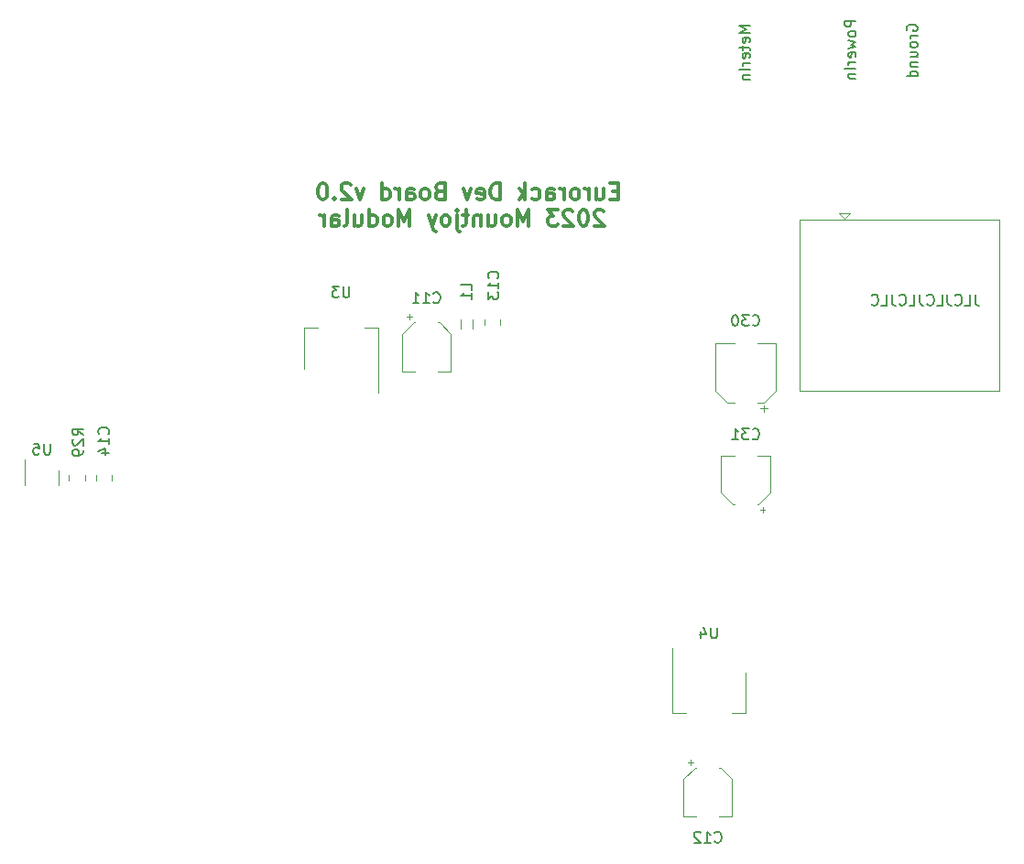
<source format=gbr>
%TF.GenerationSoftware,KiCad,Pcbnew,7.0.1*%
%TF.CreationDate,2023-03-30T14:31:40+01:00*%
%TF.ProjectId,DevBoard,44657642-6f61-4726-942e-6b696361645f,rev?*%
%TF.SameCoordinates,Original*%
%TF.FileFunction,Legend,Bot*%
%TF.FilePolarity,Positive*%
%FSLAX46Y46*%
G04 Gerber Fmt 4.6, Leading zero omitted, Abs format (unit mm)*
G04 Created by KiCad (PCBNEW 7.0.1) date 2023-03-30 14:31:40*
%MOMM*%
%LPD*%
G01*
G04 APERTURE LIST*
%ADD10C,0.150000*%
%ADD11C,0.300000*%
%ADD12C,0.120000*%
G04 APERTURE END LIST*
D10*
X147619048Y-97562619D02*
X147619048Y-98276904D01*
X147619048Y-98276904D02*
X147666667Y-98419761D01*
X147666667Y-98419761D02*
X147761905Y-98515000D01*
X147761905Y-98515000D02*
X147904762Y-98562619D01*
X147904762Y-98562619D02*
X148000000Y-98562619D01*
X146666667Y-98562619D02*
X147142857Y-98562619D01*
X147142857Y-98562619D02*
X147142857Y-97562619D01*
X145761905Y-98467380D02*
X145809524Y-98515000D01*
X145809524Y-98515000D02*
X145952381Y-98562619D01*
X145952381Y-98562619D02*
X146047619Y-98562619D01*
X146047619Y-98562619D02*
X146190476Y-98515000D01*
X146190476Y-98515000D02*
X146285714Y-98419761D01*
X146285714Y-98419761D02*
X146333333Y-98324523D01*
X146333333Y-98324523D02*
X146380952Y-98134047D01*
X146380952Y-98134047D02*
X146380952Y-97991190D01*
X146380952Y-97991190D02*
X146333333Y-97800714D01*
X146333333Y-97800714D02*
X146285714Y-97705476D01*
X146285714Y-97705476D02*
X146190476Y-97610238D01*
X146190476Y-97610238D02*
X146047619Y-97562619D01*
X146047619Y-97562619D02*
X145952381Y-97562619D01*
X145952381Y-97562619D02*
X145809524Y-97610238D01*
X145809524Y-97610238D02*
X145761905Y-97657857D01*
X145047619Y-97562619D02*
X145047619Y-98276904D01*
X145047619Y-98276904D02*
X145095238Y-98419761D01*
X145095238Y-98419761D02*
X145190476Y-98515000D01*
X145190476Y-98515000D02*
X145333333Y-98562619D01*
X145333333Y-98562619D02*
X145428571Y-98562619D01*
X144095238Y-98562619D02*
X144571428Y-98562619D01*
X144571428Y-98562619D02*
X144571428Y-97562619D01*
X143190476Y-98467380D02*
X143238095Y-98515000D01*
X143238095Y-98515000D02*
X143380952Y-98562619D01*
X143380952Y-98562619D02*
X143476190Y-98562619D01*
X143476190Y-98562619D02*
X143619047Y-98515000D01*
X143619047Y-98515000D02*
X143714285Y-98419761D01*
X143714285Y-98419761D02*
X143761904Y-98324523D01*
X143761904Y-98324523D02*
X143809523Y-98134047D01*
X143809523Y-98134047D02*
X143809523Y-97991190D01*
X143809523Y-97991190D02*
X143761904Y-97800714D01*
X143761904Y-97800714D02*
X143714285Y-97705476D01*
X143714285Y-97705476D02*
X143619047Y-97610238D01*
X143619047Y-97610238D02*
X143476190Y-97562619D01*
X143476190Y-97562619D02*
X143380952Y-97562619D01*
X143380952Y-97562619D02*
X143238095Y-97610238D01*
X143238095Y-97610238D02*
X143190476Y-97657857D01*
X142476190Y-97562619D02*
X142476190Y-98276904D01*
X142476190Y-98276904D02*
X142523809Y-98419761D01*
X142523809Y-98419761D02*
X142619047Y-98515000D01*
X142619047Y-98515000D02*
X142761904Y-98562619D01*
X142761904Y-98562619D02*
X142857142Y-98562619D01*
X141523809Y-98562619D02*
X141999999Y-98562619D01*
X141999999Y-98562619D02*
X141999999Y-97562619D01*
X140619047Y-98467380D02*
X140666666Y-98515000D01*
X140666666Y-98515000D02*
X140809523Y-98562619D01*
X140809523Y-98562619D02*
X140904761Y-98562619D01*
X140904761Y-98562619D02*
X141047618Y-98515000D01*
X141047618Y-98515000D02*
X141142856Y-98419761D01*
X141142856Y-98419761D02*
X141190475Y-98324523D01*
X141190475Y-98324523D02*
X141238094Y-98134047D01*
X141238094Y-98134047D02*
X141238094Y-97991190D01*
X141238094Y-97991190D02*
X141190475Y-97800714D01*
X141190475Y-97800714D02*
X141142856Y-97705476D01*
X141142856Y-97705476D02*
X141047618Y-97610238D01*
X141047618Y-97610238D02*
X140904761Y-97562619D01*
X140904761Y-97562619D02*
X140809523Y-97562619D01*
X140809523Y-97562619D02*
X140666666Y-97610238D01*
X140666666Y-97610238D02*
X140619047Y-97657857D01*
X139904761Y-97562619D02*
X139904761Y-98276904D01*
X139904761Y-98276904D02*
X139952380Y-98419761D01*
X139952380Y-98419761D02*
X140047618Y-98515000D01*
X140047618Y-98515000D02*
X140190475Y-98562619D01*
X140190475Y-98562619D02*
X140285713Y-98562619D01*
X138952380Y-98562619D02*
X139428570Y-98562619D01*
X139428570Y-98562619D02*
X139428570Y-97562619D01*
X138047618Y-98467380D02*
X138095237Y-98515000D01*
X138095237Y-98515000D02*
X138238094Y-98562619D01*
X138238094Y-98562619D02*
X138333332Y-98562619D01*
X138333332Y-98562619D02*
X138476189Y-98515000D01*
X138476189Y-98515000D02*
X138571427Y-98419761D01*
X138571427Y-98419761D02*
X138619046Y-98324523D01*
X138619046Y-98324523D02*
X138666665Y-98134047D01*
X138666665Y-98134047D02*
X138666665Y-97991190D01*
X138666665Y-97991190D02*
X138619046Y-97800714D01*
X138619046Y-97800714D02*
X138571427Y-97705476D01*
X138571427Y-97705476D02*
X138476189Y-97610238D01*
X138476189Y-97610238D02*
X138333332Y-97562619D01*
X138333332Y-97562619D02*
X138238094Y-97562619D01*
X138238094Y-97562619D02*
X138095237Y-97610238D01*
X138095237Y-97610238D02*
X138047618Y-97657857D01*
D11*
X114592856Y-88000714D02*
X114092856Y-88000714D01*
X113878570Y-88786428D02*
X114592856Y-88786428D01*
X114592856Y-88786428D02*
X114592856Y-87286428D01*
X114592856Y-87286428D02*
X113878570Y-87286428D01*
X112592856Y-87786428D02*
X112592856Y-88786428D01*
X113235713Y-87786428D02*
X113235713Y-88572142D01*
X113235713Y-88572142D02*
X113164284Y-88715000D01*
X113164284Y-88715000D02*
X113021427Y-88786428D01*
X113021427Y-88786428D02*
X112807141Y-88786428D01*
X112807141Y-88786428D02*
X112664284Y-88715000D01*
X112664284Y-88715000D02*
X112592856Y-88643571D01*
X111878570Y-88786428D02*
X111878570Y-87786428D01*
X111878570Y-88072142D02*
X111807141Y-87929285D01*
X111807141Y-87929285D02*
X111735713Y-87857857D01*
X111735713Y-87857857D02*
X111592855Y-87786428D01*
X111592855Y-87786428D02*
X111449998Y-87786428D01*
X110735713Y-88786428D02*
X110878570Y-88715000D01*
X110878570Y-88715000D02*
X110949999Y-88643571D01*
X110949999Y-88643571D02*
X111021427Y-88500714D01*
X111021427Y-88500714D02*
X111021427Y-88072142D01*
X111021427Y-88072142D02*
X110949999Y-87929285D01*
X110949999Y-87929285D02*
X110878570Y-87857857D01*
X110878570Y-87857857D02*
X110735713Y-87786428D01*
X110735713Y-87786428D02*
X110521427Y-87786428D01*
X110521427Y-87786428D02*
X110378570Y-87857857D01*
X110378570Y-87857857D02*
X110307142Y-87929285D01*
X110307142Y-87929285D02*
X110235713Y-88072142D01*
X110235713Y-88072142D02*
X110235713Y-88500714D01*
X110235713Y-88500714D02*
X110307142Y-88643571D01*
X110307142Y-88643571D02*
X110378570Y-88715000D01*
X110378570Y-88715000D02*
X110521427Y-88786428D01*
X110521427Y-88786428D02*
X110735713Y-88786428D01*
X109592856Y-88786428D02*
X109592856Y-87786428D01*
X109592856Y-88072142D02*
X109521427Y-87929285D01*
X109521427Y-87929285D02*
X109449999Y-87857857D01*
X109449999Y-87857857D02*
X109307141Y-87786428D01*
X109307141Y-87786428D02*
X109164284Y-87786428D01*
X108021428Y-88786428D02*
X108021428Y-88000714D01*
X108021428Y-88000714D02*
X108092856Y-87857857D01*
X108092856Y-87857857D02*
X108235713Y-87786428D01*
X108235713Y-87786428D02*
X108521428Y-87786428D01*
X108521428Y-87786428D02*
X108664285Y-87857857D01*
X108021428Y-88715000D02*
X108164285Y-88786428D01*
X108164285Y-88786428D02*
X108521428Y-88786428D01*
X108521428Y-88786428D02*
X108664285Y-88715000D01*
X108664285Y-88715000D02*
X108735713Y-88572142D01*
X108735713Y-88572142D02*
X108735713Y-88429285D01*
X108735713Y-88429285D02*
X108664285Y-88286428D01*
X108664285Y-88286428D02*
X108521428Y-88215000D01*
X108521428Y-88215000D02*
X108164285Y-88215000D01*
X108164285Y-88215000D02*
X108021428Y-88143571D01*
X106664285Y-88715000D02*
X106807142Y-88786428D01*
X106807142Y-88786428D02*
X107092856Y-88786428D01*
X107092856Y-88786428D02*
X107235713Y-88715000D01*
X107235713Y-88715000D02*
X107307142Y-88643571D01*
X107307142Y-88643571D02*
X107378570Y-88500714D01*
X107378570Y-88500714D02*
X107378570Y-88072142D01*
X107378570Y-88072142D02*
X107307142Y-87929285D01*
X107307142Y-87929285D02*
X107235713Y-87857857D01*
X107235713Y-87857857D02*
X107092856Y-87786428D01*
X107092856Y-87786428D02*
X106807142Y-87786428D01*
X106807142Y-87786428D02*
X106664285Y-87857857D01*
X106021428Y-88786428D02*
X106021428Y-87286428D01*
X105878571Y-88215000D02*
X105449999Y-88786428D01*
X105449999Y-87786428D02*
X106021428Y-88357857D01*
X103664285Y-88786428D02*
X103664285Y-87286428D01*
X103664285Y-87286428D02*
X103307142Y-87286428D01*
X103307142Y-87286428D02*
X103092856Y-87357857D01*
X103092856Y-87357857D02*
X102949999Y-87500714D01*
X102949999Y-87500714D02*
X102878570Y-87643571D01*
X102878570Y-87643571D02*
X102807142Y-87929285D01*
X102807142Y-87929285D02*
X102807142Y-88143571D01*
X102807142Y-88143571D02*
X102878570Y-88429285D01*
X102878570Y-88429285D02*
X102949999Y-88572142D01*
X102949999Y-88572142D02*
X103092856Y-88715000D01*
X103092856Y-88715000D02*
X103307142Y-88786428D01*
X103307142Y-88786428D02*
X103664285Y-88786428D01*
X101592856Y-88715000D02*
X101735713Y-88786428D01*
X101735713Y-88786428D02*
X102021428Y-88786428D01*
X102021428Y-88786428D02*
X102164285Y-88715000D01*
X102164285Y-88715000D02*
X102235713Y-88572142D01*
X102235713Y-88572142D02*
X102235713Y-88000714D01*
X102235713Y-88000714D02*
X102164285Y-87857857D01*
X102164285Y-87857857D02*
X102021428Y-87786428D01*
X102021428Y-87786428D02*
X101735713Y-87786428D01*
X101735713Y-87786428D02*
X101592856Y-87857857D01*
X101592856Y-87857857D02*
X101521428Y-88000714D01*
X101521428Y-88000714D02*
X101521428Y-88143571D01*
X101521428Y-88143571D02*
X102235713Y-88286428D01*
X101021428Y-87786428D02*
X100664285Y-88786428D01*
X100664285Y-88786428D02*
X100307142Y-87786428D01*
X98092857Y-88000714D02*
X97878571Y-88072142D01*
X97878571Y-88072142D02*
X97807142Y-88143571D01*
X97807142Y-88143571D02*
X97735714Y-88286428D01*
X97735714Y-88286428D02*
X97735714Y-88500714D01*
X97735714Y-88500714D02*
X97807142Y-88643571D01*
X97807142Y-88643571D02*
X97878571Y-88715000D01*
X97878571Y-88715000D02*
X98021428Y-88786428D01*
X98021428Y-88786428D02*
X98592857Y-88786428D01*
X98592857Y-88786428D02*
X98592857Y-87286428D01*
X98592857Y-87286428D02*
X98092857Y-87286428D01*
X98092857Y-87286428D02*
X97950000Y-87357857D01*
X97950000Y-87357857D02*
X97878571Y-87429285D01*
X97878571Y-87429285D02*
X97807142Y-87572142D01*
X97807142Y-87572142D02*
X97807142Y-87715000D01*
X97807142Y-87715000D02*
X97878571Y-87857857D01*
X97878571Y-87857857D02*
X97950000Y-87929285D01*
X97950000Y-87929285D02*
X98092857Y-88000714D01*
X98092857Y-88000714D02*
X98592857Y-88000714D01*
X96878571Y-88786428D02*
X97021428Y-88715000D01*
X97021428Y-88715000D02*
X97092857Y-88643571D01*
X97092857Y-88643571D02*
X97164285Y-88500714D01*
X97164285Y-88500714D02*
X97164285Y-88072142D01*
X97164285Y-88072142D02*
X97092857Y-87929285D01*
X97092857Y-87929285D02*
X97021428Y-87857857D01*
X97021428Y-87857857D02*
X96878571Y-87786428D01*
X96878571Y-87786428D02*
X96664285Y-87786428D01*
X96664285Y-87786428D02*
X96521428Y-87857857D01*
X96521428Y-87857857D02*
X96450000Y-87929285D01*
X96450000Y-87929285D02*
X96378571Y-88072142D01*
X96378571Y-88072142D02*
X96378571Y-88500714D01*
X96378571Y-88500714D02*
X96450000Y-88643571D01*
X96450000Y-88643571D02*
X96521428Y-88715000D01*
X96521428Y-88715000D02*
X96664285Y-88786428D01*
X96664285Y-88786428D02*
X96878571Y-88786428D01*
X95092857Y-88786428D02*
X95092857Y-88000714D01*
X95092857Y-88000714D02*
X95164285Y-87857857D01*
X95164285Y-87857857D02*
X95307142Y-87786428D01*
X95307142Y-87786428D02*
X95592857Y-87786428D01*
X95592857Y-87786428D02*
X95735714Y-87857857D01*
X95092857Y-88715000D02*
X95235714Y-88786428D01*
X95235714Y-88786428D02*
X95592857Y-88786428D01*
X95592857Y-88786428D02*
X95735714Y-88715000D01*
X95735714Y-88715000D02*
X95807142Y-88572142D01*
X95807142Y-88572142D02*
X95807142Y-88429285D01*
X95807142Y-88429285D02*
X95735714Y-88286428D01*
X95735714Y-88286428D02*
X95592857Y-88215000D01*
X95592857Y-88215000D02*
X95235714Y-88215000D01*
X95235714Y-88215000D02*
X95092857Y-88143571D01*
X94378571Y-88786428D02*
X94378571Y-87786428D01*
X94378571Y-88072142D02*
X94307142Y-87929285D01*
X94307142Y-87929285D02*
X94235714Y-87857857D01*
X94235714Y-87857857D02*
X94092856Y-87786428D01*
X94092856Y-87786428D02*
X93949999Y-87786428D01*
X92807143Y-88786428D02*
X92807143Y-87286428D01*
X92807143Y-88715000D02*
X92950000Y-88786428D01*
X92950000Y-88786428D02*
X93235714Y-88786428D01*
X93235714Y-88786428D02*
X93378571Y-88715000D01*
X93378571Y-88715000D02*
X93450000Y-88643571D01*
X93450000Y-88643571D02*
X93521428Y-88500714D01*
X93521428Y-88500714D02*
X93521428Y-88072142D01*
X93521428Y-88072142D02*
X93450000Y-87929285D01*
X93450000Y-87929285D02*
X93378571Y-87857857D01*
X93378571Y-87857857D02*
X93235714Y-87786428D01*
X93235714Y-87786428D02*
X92950000Y-87786428D01*
X92950000Y-87786428D02*
X92807143Y-87857857D01*
X91092857Y-87786428D02*
X90735714Y-88786428D01*
X90735714Y-88786428D02*
X90378571Y-87786428D01*
X89878571Y-87429285D02*
X89807143Y-87357857D01*
X89807143Y-87357857D02*
X89664286Y-87286428D01*
X89664286Y-87286428D02*
X89307143Y-87286428D01*
X89307143Y-87286428D02*
X89164286Y-87357857D01*
X89164286Y-87357857D02*
X89092857Y-87429285D01*
X89092857Y-87429285D02*
X89021428Y-87572142D01*
X89021428Y-87572142D02*
X89021428Y-87715000D01*
X89021428Y-87715000D02*
X89092857Y-87929285D01*
X89092857Y-87929285D02*
X89950000Y-88786428D01*
X89950000Y-88786428D02*
X89021428Y-88786428D01*
X88378572Y-88643571D02*
X88307143Y-88715000D01*
X88307143Y-88715000D02*
X88378572Y-88786428D01*
X88378572Y-88786428D02*
X88450000Y-88715000D01*
X88450000Y-88715000D02*
X88378572Y-88643571D01*
X88378572Y-88643571D02*
X88378572Y-88786428D01*
X87378571Y-87286428D02*
X87235714Y-87286428D01*
X87235714Y-87286428D02*
X87092857Y-87357857D01*
X87092857Y-87357857D02*
X87021429Y-87429285D01*
X87021429Y-87429285D02*
X86950000Y-87572142D01*
X86950000Y-87572142D02*
X86878571Y-87857857D01*
X86878571Y-87857857D02*
X86878571Y-88215000D01*
X86878571Y-88215000D02*
X86950000Y-88500714D01*
X86950000Y-88500714D02*
X87021429Y-88643571D01*
X87021429Y-88643571D02*
X87092857Y-88715000D01*
X87092857Y-88715000D02*
X87235714Y-88786428D01*
X87235714Y-88786428D02*
X87378571Y-88786428D01*
X87378571Y-88786428D02*
X87521429Y-88715000D01*
X87521429Y-88715000D02*
X87592857Y-88643571D01*
X87592857Y-88643571D02*
X87664286Y-88500714D01*
X87664286Y-88500714D02*
X87735714Y-88215000D01*
X87735714Y-88215000D02*
X87735714Y-87857857D01*
X87735714Y-87857857D02*
X87664286Y-87572142D01*
X87664286Y-87572142D02*
X87592857Y-87429285D01*
X87592857Y-87429285D02*
X87521429Y-87357857D01*
X87521429Y-87357857D02*
X87378571Y-87286428D01*
X113271427Y-89859285D02*
X113199999Y-89787857D01*
X113199999Y-89787857D02*
X113057142Y-89716428D01*
X113057142Y-89716428D02*
X112699999Y-89716428D01*
X112699999Y-89716428D02*
X112557142Y-89787857D01*
X112557142Y-89787857D02*
X112485713Y-89859285D01*
X112485713Y-89859285D02*
X112414284Y-90002142D01*
X112414284Y-90002142D02*
X112414284Y-90145000D01*
X112414284Y-90145000D02*
X112485713Y-90359285D01*
X112485713Y-90359285D02*
X113342856Y-91216428D01*
X113342856Y-91216428D02*
X112414284Y-91216428D01*
X111485713Y-89716428D02*
X111342856Y-89716428D01*
X111342856Y-89716428D02*
X111199999Y-89787857D01*
X111199999Y-89787857D02*
X111128571Y-89859285D01*
X111128571Y-89859285D02*
X111057142Y-90002142D01*
X111057142Y-90002142D02*
X110985713Y-90287857D01*
X110985713Y-90287857D02*
X110985713Y-90645000D01*
X110985713Y-90645000D02*
X111057142Y-90930714D01*
X111057142Y-90930714D02*
X111128571Y-91073571D01*
X111128571Y-91073571D02*
X111199999Y-91145000D01*
X111199999Y-91145000D02*
X111342856Y-91216428D01*
X111342856Y-91216428D02*
X111485713Y-91216428D01*
X111485713Y-91216428D02*
X111628571Y-91145000D01*
X111628571Y-91145000D02*
X111699999Y-91073571D01*
X111699999Y-91073571D02*
X111771428Y-90930714D01*
X111771428Y-90930714D02*
X111842856Y-90645000D01*
X111842856Y-90645000D02*
X111842856Y-90287857D01*
X111842856Y-90287857D02*
X111771428Y-90002142D01*
X111771428Y-90002142D02*
X111699999Y-89859285D01*
X111699999Y-89859285D02*
X111628571Y-89787857D01*
X111628571Y-89787857D02*
X111485713Y-89716428D01*
X110414285Y-89859285D02*
X110342857Y-89787857D01*
X110342857Y-89787857D02*
X110200000Y-89716428D01*
X110200000Y-89716428D02*
X109842857Y-89716428D01*
X109842857Y-89716428D02*
X109700000Y-89787857D01*
X109700000Y-89787857D02*
X109628571Y-89859285D01*
X109628571Y-89859285D02*
X109557142Y-90002142D01*
X109557142Y-90002142D02*
X109557142Y-90145000D01*
X109557142Y-90145000D02*
X109628571Y-90359285D01*
X109628571Y-90359285D02*
X110485714Y-91216428D01*
X110485714Y-91216428D02*
X109557142Y-91216428D01*
X109057143Y-89716428D02*
X108128571Y-89716428D01*
X108128571Y-89716428D02*
X108628571Y-90287857D01*
X108628571Y-90287857D02*
X108414286Y-90287857D01*
X108414286Y-90287857D02*
X108271429Y-90359285D01*
X108271429Y-90359285D02*
X108200000Y-90430714D01*
X108200000Y-90430714D02*
X108128571Y-90573571D01*
X108128571Y-90573571D02*
X108128571Y-90930714D01*
X108128571Y-90930714D02*
X108200000Y-91073571D01*
X108200000Y-91073571D02*
X108271429Y-91145000D01*
X108271429Y-91145000D02*
X108414286Y-91216428D01*
X108414286Y-91216428D02*
X108842857Y-91216428D01*
X108842857Y-91216428D02*
X108985714Y-91145000D01*
X108985714Y-91145000D02*
X109057143Y-91073571D01*
X106342858Y-91216428D02*
X106342858Y-89716428D01*
X106342858Y-89716428D02*
X105842858Y-90787857D01*
X105842858Y-90787857D02*
X105342858Y-89716428D01*
X105342858Y-89716428D02*
X105342858Y-91216428D01*
X104414286Y-91216428D02*
X104557143Y-91145000D01*
X104557143Y-91145000D02*
X104628572Y-91073571D01*
X104628572Y-91073571D02*
X104700000Y-90930714D01*
X104700000Y-90930714D02*
X104700000Y-90502142D01*
X104700000Y-90502142D02*
X104628572Y-90359285D01*
X104628572Y-90359285D02*
X104557143Y-90287857D01*
X104557143Y-90287857D02*
X104414286Y-90216428D01*
X104414286Y-90216428D02*
X104200000Y-90216428D01*
X104200000Y-90216428D02*
X104057143Y-90287857D01*
X104057143Y-90287857D02*
X103985715Y-90359285D01*
X103985715Y-90359285D02*
X103914286Y-90502142D01*
X103914286Y-90502142D02*
X103914286Y-90930714D01*
X103914286Y-90930714D02*
X103985715Y-91073571D01*
X103985715Y-91073571D02*
X104057143Y-91145000D01*
X104057143Y-91145000D02*
X104200000Y-91216428D01*
X104200000Y-91216428D02*
X104414286Y-91216428D01*
X102628572Y-90216428D02*
X102628572Y-91216428D01*
X103271429Y-90216428D02*
X103271429Y-91002142D01*
X103271429Y-91002142D02*
X103200000Y-91145000D01*
X103200000Y-91145000D02*
X103057143Y-91216428D01*
X103057143Y-91216428D02*
X102842857Y-91216428D01*
X102842857Y-91216428D02*
X102700000Y-91145000D01*
X102700000Y-91145000D02*
X102628572Y-91073571D01*
X101914286Y-90216428D02*
X101914286Y-91216428D01*
X101914286Y-90359285D02*
X101842857Y-90287857D01*
X101842857Y-90287857D02*
X101700000Y-90216428D01*
X101700000Y-90216428D02*
X101485714Y-90216428D01*
X101485714Y-90216428D02*
X101342857Y-90287857D01*
X101342857Y-90287857D02*
X101271429Y-90430714D01*
X101271429Y-90430714D02*
X101271429Y-91216428D01*
X100771428Y-90216428D02*
X100200000Y-90216428D01*
X100557143Y-89716428D02*
X100557143Y-91002142D01*
X100557143Y-91002142D02*
X100485714Y-91145000D01*
X100485714Y-91145000D02*
X100342857Y-91216428D01*
X100342857Y-91216428D02*
X100200000Y-91216428D01*
X99700000Y-90216428D02*
X99700000Y-91502142D01*
X99700000Y-91502142D02*
X99771428Y-91645000D01*
X99771428Y-91645000D02*
X99914285Y-91716428D01*
X99914285Y-91716428D02*
X99985714Y-91716428D01*
X99700000Y-89716428D02*
X99771428Y-89787857D01*
X99771428Y-89787857D02*
X99700000Y-89859285D01*
X99700000Y-89859285D02*
X99628571Y-89787857D01*
X99628571Y-89787857D02*
X99700000Y-89716428D01*
X99700000Y-89716428D02*
X99700000Y-89859285D01*
X98771428Y-91216428D02*
X98914285Y-91145000D01*
X98914285Y-91145000D02*
X98985714Y-91073571D01*
X98985714Y-91073571D02*
X99057142Y-90930714D01*
X99057142Y-90930714D02*
X99057142Y-90502142D01*
X99057142Y-90502142D02*
X98985714Y-90359285D01*
X98985714Y-90359285D02*
X98914285Y-90287857D01*
X98914285Y-90287857D02*
X98771428Y-90216428D01*
X98771428Y-90216428D02*
X98557142Y-90216428D01*
X98557142Y-90216428D02*
X98414285Y-90287857D01*
X98414285Y-90287857D02*
X98342857Y-90359285D01*
X98342857Y-90359285D02*
X98271428Y-90502142D01*
X98271428Y-90502142D02*
X98271428Y-90930714D01*
X98271428Y-90930714D02*
X98342857Y-91073571D01*
X98342857Y-91073571D02*
X98414285Y-91145000D01*
X98414285Y-91145000D02*
X98557142Y-91216428D01*
X98557142Y-91216428D02*
X98771428Y-91216428D01*
X97771428Y-90216428D02*
X97414285Y-91216428D01*
X97057142Y-90216428D02*
X97414285Y-91216428D01*
X97414285Y-91216428D02*
X97557142Y-91573571D01*
X97557142Y-91573571D02*
X97628571Y-91645000D01*
X97628571Y-91645000D02*
X97771428Y-91716428D01*
X95342857Y-91216428D02*
X95342857Y-89716428D01*
X95342857Y-89716428D02*
X94842857Y-90787857D01*
X94842857Y-90787857D02*
X94342857Y-89716428D01*
X94342857Y-89716428D02*
X94342857Y-91216428D01*
X93414285Y-91216428D02*
X93557142Y-91145000D01*
X93557142Y-91145000D02*
X93628571Y-91073571D01*
X93628571Y-91073571D02*
X93699999Y-90930714D01*
X93699999Y-90930714D02*
X93699999Y-90502142D01*
X93699999Y-90502142D02*
X93628571Y-90359285D01*
X93628571Y-90359285D02*
X93557142Y-90287857D01*
X93557142Y-90287857D02*
X93414285Y-90216428D01*
X93414285Y-90216428D02*
X93199999Y-90216428D01*
X93199999Y-90216428D02*
X93057142Y-90287857D01*
X93057142Y-90287857D02*
X92985714Y-90359285D01*
X92985714Y-90359285D02*
X92914285Y-90502142D01*
X92914285Y-90502142D02*
X92914285Y-90930714D01*
X92914285Y-90930714D02*
X92985714Y-91073571D01*
X92985714Y-91073571D02*
X93057142Y-91145000D01*
X93057142Y-91145000D02*
X93199999Y-91216428D01*
X93199999Y-91216428D02*
X93414285Y-91216428D01*
X91628571Y-91216428D02*
X91628571Y-89716428D01*
X91628571Y-91145000D02*
X91771428Y-91216428D01*
X91771428Y-91216428D02*
X92057142Y-91216428D01*
X92057142Y-91216428D02*
X92199999Y-91145000D01*
X92199999Y-91145000D02*
X92271428Y-91073571D01*
X92271428Y-91073571D02*
X92342856Y-90930714D01*
X92342856Y-90930714D02*
X92342856Y-90502142D01*
X92342856Y-90502142D02*
X92271428Y-90359285D01*
X92271428Y-90359285D02*
X92199999Y-90287857D01*
X92199999Y-90287857D02*
X92057142Y-90216428D01*
X92057142Y-90216428D02*
X91771428Y-90216428D01*
X91771428Y-90216428D02*
X91628571Y-90287857D01*
X90271428Y-90216428D02*
X90271428Y-91216428D01*
X90914285Y-90216428D02*
X90914285Y-91002142D01*
X90914285Y-91002142D02*
X90842856Y-91145000D01*
X90842856Y-91145000D02*
X90699999Y-91216428D01*
X90699999Y-91216428D02*
X90485713Y-91216428D01*
X90485713Y-91216428D02*
X90342856Y-91145000D01*
X90342856Y-91145000D02*
X90271428Y-91073571D01*
X89342856Y-91216428D02*
X89485713Y-91145000D01*
X89485713Y-91145000D02*
X89557142Y-91002142D01*
X89557142Y-91002142D02*
X89557142Y-89716428D01*
X88128571Y-91216428D02*
X88128571Y-90430714D01*
X88128571Y-90430714D02*
X88199999Y-90287857D01*
X88199999Y-90287857D02*
X88342856Y-90216428D01*
X88342856Y-90216428D02*
X88628571Y-90216428D01*
X88628571Y-90216428D02*
X88771428Y-90287857D01*
X88128571Y-91145000D02*
X88271428Y-91216428D01*
X88271428Y-91216428D02*
X88628571Y-91216428D01*
X88628571Y-91216428D02*
X88771428Y-91145000D01*
X88771428Y-91145000D02*
X88842856Y-91002142D01*
X88842856Y-91002142D02*
X88842856Y-90859285D01*
X88842856Y-90859285D02*
X88771428Y-90716428D01*
X88771428Y-90716428D02*
X88628571Y-90645000D01*
X88628571Y-90645000D02*
X88271428Y-90645000D01*
X88271428Y-90645000D02*
X88128571Y-90573571D01*
X87414285Y-91216428D02*
X87414285Y-90216428D01*
X87414285Y-90502142D02*
X87342856Y-90359285D01*
X87342856Y-90359285D02*
X87271428Y-90287857D01*
X87271428Y-90287857D02*
X87128570Y-90216428D01*
X87128570Y-90216428D02*
X86985713Y-90216428D01*
D10*
%TO.C,U7*%
X136577619Y-72238095D02*
X135577619Y-72238095D01*
X135577619Y-72238095D02*
X135577619Y-72619047D01*
X135577619Y-72619047D02*
X135625238Y-72714285D01*
X135625238Y-72714285D02*
X135672857Y-72761904D01*
X135672857Y-72761904D02*
X135768095Y-72809523D01*
X135768095Y-72809523D02*
X135910952Y-72809523D01*
X135910952Y-72809523D02*
X136006190Y-72761904D01*
X136006190Y-72761904D02*
X136053809Y-72714285D01*
X136053809Y-72714285D02*
X136101428Y-72619047D01*
X136101428Y-72619047D02*
X136101428Y-72238095D01*
X136577619Y-73380952D02*
X136530000Y-73285714D01*
X136530000Y-73285714D02*
X136482380Y-73238095D01*
X136482380Y-73238095D02*
X136387142Y-73190476D01*
X136387142Y-73190476D02*
X136101428Y-73190476D01*
X136101428Y-73190476D02*
X136006190Y-73238095D01*
X136006190Y-73238095D02*
X135958571Y-73285714D01*
X135958571Y-73285714D02*
X135910952Y-73380952D01*
X135910952Y-73380952D02*
X135910952Y-73523809D01*
X135910952Y-73523809D02*
X135958571Y-73619047D01*
X135958571Y-73619047D02*
X136006190Y-73666666D01*
X136006190Y-73666666D02*
X136101428Y-73714285D01*
X136101428Y-73714285D02*
X136387142Y-73714285D01*
X136387142Y-73714285D02*
X136482380Y-73666666D01*
X136482380Y-73666666D02*
X136530000Y-73619047D01*
X136530000Y-73619047D02*
X136577619Y-73523809D01*
X136577619Y-73523809D02*
X136577619Y-73380952D01*
X135910952Y-74047619D02*
X136577619Y-74238095D01*
X136577619Y-74238095D02*
X136101428Y-74428571D01*
X136101428Y-74428571D02*
X136577619Y-74619047D01*
X136577619Y-74619047D02*
X135910952Y-74809523D01*
X136530000Y-75571428D02*
X136577619Y-75476190D01*
X136577619Y-75476190D02*
X136577619Y-75285714D01*
X136577619Y-75285714D02*
X136530000Y-75190476D01*
X136530000Y-75190476D02*
X136434761Y-75142857D01*
X136434761Y-75142857D02*
X136053809Y-75142857D01*
X136053809Y-75142857D02*
X135958571Y-75190476D01*
X135958571Y-75190476D02*
X135910952Y-75285714D01*
X135910952Y-75285714D02*
X135910952Y-75476190D01*
X135910952Y-75476190D02*
X135958571Y-75571428D01*
X135958571Y-75571428D02*
X136053809Y-75619047D01*
X136053809Y-75619047D02*
X136149047Y-75619047D01*
X136149047Y-75619047D02*
X136244285Y-75142857D01*
X136577619Y-76047619D02*
X135910952Y-76047619D01*
X136101428Y-76047619D02*
X136006190Y-76095238D01*
X136006190Y-76095238D02*
X135958571Y-76142857D01*
X135958571Y-76142857D02*
X135910952Y-76238095D01*
X135910952Y-76238095D02*
X135910952Y-76333333D01*
X136577619Y-76666667D02*
X135577619Y-76666667D01*
X135910952Y-77142857D02*
X136577619Y-77142857D01*
X136006190Y-77142857D02*
X135958571Y-77190476D01*
X135958571Y-77190476D02*
X135910952Y-77285714D01*
X135910952Y-77285714D02*
X135910952Y-77428571D01*
X135910952Y-77428571D02*
X135958571Y-77523809D01*
X135958571Y-77523809D02*
X136053809Y-77571428D01*
X136053809Y-77571428D02*
X136577619Y-77571428D01*
X141325238Y-73136904D02*
X141277619Y-73041666D01*
X141277619Y-73041666D02*
X141277619Y-72898809D01*
X141277619Y-72898809D02*
X141325238Y-72755952D01*
X141325238Y-72755952D02*
X141420476Y-72660714D01*
X141420476Y-72660714D02*
X141515714Y-72613095D01*
X141515714Y-72613095D02*
X141706190Y-72565476D01*
X141706190Y-72565476D02*
X141849047Y-72565476D01*
X141849047Y-72565476D02*
X142039523Y-72613095D01*
X142039523Y-72613095D02*
X142134761Y-72660714D01*
X142134761Y-72660714D02*
X142230000Y-72755952D01*
X142230000Y-72755952D02*
X142277619Y-72898809D01*
X142277619Y-72898809D02*
X142277619Y-72994047D01*
X142277619Y-72994047D02*
X142230000Y-73136904D01*
X142230000Y-73136904D02*
X142182380Y-73184523D01*
X142182380Y-73184523D02*
X141849047Y-73184523D01*
X141849047Y-73184523D02*
X141849047Y-72994047D01*
X142277619Y-73613095D02*
X141610952Y-73613095D01*
X141801428Y-73613095D02*
X141706190Y-73660714D01*
X141706190Y-73660714D02*
X141658571Y-73708333D01*
X141658571Y-73708333D02*
X141610952Y-73803571D01*
X141610952Y-73803571D02*
X141610952Y-73898809D01*
X142277619Y-74375000D02*
X142230000Y-74279762D01*
X142230000Y-74279762D02*
X142182380Y-74232143D01*
X142182380Y-74232143D02*
X142087142Y-74184524D01*
X142087142Y-74184524D02*
X141801428Y-74184524D01*
X141801428Y-74184524D02*
X141706190Y-74232143D01*
X141706190Y-74232143D02*
X141658571Y-74279762D01*
X141658571Y-74279762D02*
X141610952Y-74375000D01*
X141610952Y-74375000D02*
X141610952Y-74517857D01*
X141610952Y-74517857D02*
X141658571Y-74613095D01*
X141658571Y-74613095D02*
X141706190Y-74660714D01*
X141706190Y-74660714D02*
X141801428Y-74708333D01*
X141801428Y-74708333D02*
X142087142Y-74708333D01*
X142087142Y-74708333D02*
X142182380Y-74660714D01*
X142182380Y-74660714D02*
X142230000Y-74613095D01*
X142230000Y-74613095D02*
X142277619Y-74517857D01*
X142277619Y-74517857D02*
X142277619Y-74375000D01*
X141610952Y-75565476D02*
X142277619Y-75565476D01*
X141610952Y-75136905D02*
X142134761Y-75136905D01*
X142134761Y-75136905D02*
X142230000Y-75184524D01*
X142230000Y-75184524D02*
X142277619Y-75279762D01*
X142277619Y-75279762D02*
X142277619Y-75422619D01*
X142277619Y-75422619D02*
X142230000Y-75517857D01*
X142230000Y-75517857D02*
X142182380Y-75565476D01*
X141610952Y-76041667D02*
X142277619Y-76041667D01*
X141706190Y-76041667D02*
X141658571Y-76089286D01*
X141658571Y-76089286D02*
X141610952Y-76184524D01*
X141610952Y-76184524D02*
X141610952Y-76327381D01*
X141610952Y-76327381D02*
X141658571Y-76422619D01*
X141658571Y-76422619D02*
X141753809Y-76470238D01*
X141753809Y-76470238D02*
X142277619Y-76470238D01*
X142277619Y-77375000D02*
X141277619Y-77375000D01*
X142230000Y-77375000D02*
X142277619Y-77279762D01*
X142277619Y-77279762D02*
X142277619Y-77089286D01*
X142277619Y-77089286D02*
X142230000Y-76994048D01*
X142230000Y-76994048D02*
X142182380Y-76946429D01*
X142182380Y-76946429D02*
X142087142Y-76898810D01*
X142087142Y-76898810D02*
X141801428Y-76898810D01*
X141801428Y-76898810D02*
X141706190Y-76946429D01*
X141706190Y-76946429D02*
X141658571Y-76994048D01*
X141658571Y-76994048D02*
X141610952Y-77089286D01*
X141610952Y-77089286D02*
X141610952Y-77279762D01*
X141610952Y-77279762D02*
X141658571Y-77375000D01*
X126777619Y-72713095D02*
X125777619Y-72713095D01*
X125777619Y-72713095D02*
X126491904Y-73046428D01*
X126491904Y-73046428D02*
X125777619Y-73379761D01*
X125777619Y-73379761D02*
X126777619Y-73379761D01*
X126730000Y-74236904D02*
X126777619Y-74141666D01*
X126777619Y-74141666D02*
X126777619Y-73951190D01*
X126777619Y-73951190D02*
X126730000Y-73855952D01*
X126730000Y-73855952D02*
X126634761Y-73808333D01*
X126634761Y-73808333D02*
X126253809Y-73808333D01*
X126253809Y-73808333D02*
X126158571Y-73855952D01*
X126158571Y-73855952D02*
X126110952Y-73951190D01*
X126110952Y-73951190D02*
X126110952Y-74141666D01*
X126110952Y-74141666D02*
X126158571Y-74236904D01*
X126158571Y-74236904D02*
X126253809Y-74284523D01*
X126253809Y-74284523D02*
X126349047Y-74284523D01*
X126349047Y-74284523D02*
X126444285Y-73808333D01*
X126110952Y-74570238D02*
X126110952Y-74951190D01*
X125777619Y-74713095D02*
X126634761Y-74713095D01*
X126634761Y-74713095D02*
X126730000Y-74760714D01*
X126730000Y-74760714D02*
X126777619Y-74855952D01*
X126777619Y-74855952D02*
X126777619Y-74951190D01*
X126730000Y-75665476D02*
X126777619Y-75570238D01*
X126777619Y-75570238D02*
X126777619Y-75379762D01*
X126777619Y-75379762D02*
X126730000Y-75284524D01*
X126730000Y-75284524D02*
X126634761Y-75236905D01*
X126634761Y-75236905D02*
X126253809Y-75236905D01*
X126253809Y-75236905D02*
X126158571Y-75284524D01*
X126158571Y-75284524D02*
X126110952Y-75379762D01*
X126110952Y-75379762D02*
X126110952Y-75570238D01*
X126110952Y-75570238D02*
X126158571Y-75665476D01*
X126158571Y-75665476D02*
X126253809Y-75713095D01*
X126253809Y-75713095D02*
X126349047Y-75713095D01*
X126349047Y-75713095D02*
X126444285Y-75236905D01*
X126777619Y-76141667D02*
X126110952Y-76141667D01*
X126301428Y-76141667D02*
X126206190Y-76189286D01*
X126206190Y-76189286D02*
X126158571Y-76236905D01*
X126158571Y-76236905D02*
X126110952Y-76332143D01*
X126110952Y-76332143D02*
X126110952Y-76427381D01*
X126777619Y-76760715D02*
X125777619Y-76760715D01*
X126110952Y-77236905D02*
X126777619Y-77236905D01*
X126206190Y-77236905D02*
X126158571Y-77284524D01*
X126158571Y-77284524D02*
X126110952Y-77379762D01*
X126110952Y-77379762D02*
X126110952Y-77522619D01*
X126110952Y-77522619D02*
X126158571Y-77617857D01*
X126158571Y-77617857D02*
X126253809Y-77665476D01*
X126253809Y-77665476D02*
X126777619Y-77665476D01*
%TO.C,C30*%
X127042857Y-100367380D02*
X127090476Y-100415000D01*
X127090476Y-100415000D02*
X127233333Y-100462619D01*
X127233333Y-100462619D02*
X127328571Y-100462619D01*
X127328571Y-100462619D02*
X127471428Y-100415000D01*
X127471428Y-100415000D02*
X127566666Y-100319761D01*
X127566666Y-100319761D02*
X127614285Y-100224523D01*
X127614285Y-100224523D02*
X127661904Y-100034047D01*
X127661904Y-100034047D02*
X127661904Y-99891190D01*
X127661904Y-99891190D02*
X127614285Y-99700714D01*
X127614285Y-99700714D02*
X127566666Y-99605476D01*
X127566666Y-99605476D02*
X127471428Y-99510238D01*
X127471428Y-99510238D02*
X127328571Y-99462619D01*
X127328571Y-99462619D02*
X127233333Y-99462619D01*
X127233333Y-99462619D02*
X127090476Y-99510238D01*
X127090476Y-99510238D02*
X127042857Y-99557857D01*
X126709523Y-99462619D02*
X126090476Y-99462619D01*
X126090476Y-99462619D02*
X126423809Y-99843571D01*
X126423809Y-99843571D02*
X126280952Y-99843571D01*
X126280952Y-99843571D02*
X126185714Y-99891190D01*
X126185714Y-99891190D02*
X126138095Y-99938809D01*
X126138095Y-99938809D02*
X126090476Y-100034047D01*
X126090476Y-100034047D02*
X126090476Y-100272142D01*
X126090476Y-100272142D02*
X126138095Y-100367380D01*
X126138095Y-100367380D02*
X126185714Y-100415000D01*
X126185714Y-100415000D02*
X126280952Y-100462619D01*
X126280952Y-100462619D02*
X126566666Y-100462619D01*
X126566666Y-100462619D02*
X126661904Y-100415000D01*
X126661904Y-100415000D02*
X126709523Y-100367380D01*
X125471428Y-99462619D02*
X125376190Y-99462619D01*
X125376190Y-99462619D02*
X125280952Y-99510238D01*
X125280952Y-99510238D02*
X125233333Y-99557857D01*
X125233333Y-99557857D02*
X125185714Y-99653095D01*
X125185714Y-99653095D02*
X125138095Y-99843571D01*
X125138095Y-99843571D02*
X125138095Y-100081666D01*
X125138095Y-100081666D02*
X125185714Y-100272142D01*
X125185714Y-100272142D02*
X125233333Y-100367380D01*
X125233333Y-100367380D02*
X125280952Y-100415000D01*
X125280952Y-100415000D02*
X125376190Y-100462619D01*
X125376190Y-100462619D02*
X125471428Y-100462619D01*
X125471428Y-100462619D02*
X125566666Y-100415000D01*
X125566666Y-100415000D02*
X125614285Y-100367380D01*
X125614285Y-100367380D02*
X125661904Y-100272142D01*
X125661904Y-100272142D02*
X125709523Y-100081666D01*
X125709523Y-100081666D02*
X125709523Y-99843571D01*
X125709523Y-99843571D02*
X125661904Y-99653095D01*
X125661904Y-99653095D02*
X125614285Y-99557857D01*
X125614285Y-99557857D02*
X125566666Y-99510238D01*
X125566666Y-99510238D02*
X125471428Y-99462619D01*
%TO.C,C31*%
X127042857Y-110867380D02*
X127090476Y-110915000D01*
X127090476Y-110915000D02*
X127233333Y-110962619D01*
X127233333Y-110962619D02*
X127328571Y-110962619D01*
X127328571Y-110962619D02*
X127471428Y-110915000D01*
X127471428Y-110915000D02*
X127566666Y-110819761D01*
X127566666Y-110819761D02*
X127614285Y-110724523D01*
X127614285Y-110724523D02*
X127661904Y-110534047D01*
X127661904Y-110534047D02*
X127661904Y-110391190D01*
X127661904Y-110391190D02*
X127614285Y-110200714D01*
X127614285Y-110200714D02*
X127566666Y-110105476D01*
X127566666Y-110105476D02*
X127471428Y-110010238D01*
X127471428Y-110010238D02*
X127328571Y-109962619D01*
X127328571Y-109962619D02*
X127233333Y-109962619D01*
X127233333Y-109962619D02*
X127090476Y-110010238D01*
X127090476Y-110010238D02*
X127042857Y-110057857D01*
X126709523Y-109962619D02*
X126090476Y-109962619D01*
X126090476Y-109962619D02*
X126423809Y-110343571D01*
X126423809Y-110343571D02*
X126280952Y-110343571D01*
X126280952Y-110343571D02*
X126185714Y-110391190D01*
X126185714Y-110391190D02*
X126138095Y-110438809D01*
X126138095Y-110438809D02*
X126090476Y-110534047D01*
X126090476Y-110534047D02*
X126090476Y-110772142D01*
X126090476Y-110772142D02*
X126138095Y-110867380D01*
X126138095Y-110867380D02*
X126185714Y-110915000D01*
X126185714Y-110915000D02*
X126280952Y-110962619D01*
X126280952Y-110962619D02*
X126566666Y-110962619D01*
X126566666Y-110962619D02*
X126661904Y-110915000D01*
X126661904Y-110915000D02*
X126709523Y-110867380D01*
X125138095Y-110962619D02*
X125709523Y-110962619D01*
X125423809Y-110962619D02*
X125423809Y-109962619D01*
X125423809Y-109962619D02*
X125519047Y-110105476D01*
X125519047Y-110105476D02*
X125614285Y-110200714D01*
X125614285Y-110200714D02*
X125709523Y-110248333D01*
%TO.C,C11*%
X97542857Y-98267380D02*
X97590476Y-98315000D01*
X97590476Y-98315000D02*
X97733333Y-98362619D01*
X97733333Y-98362619D02*
X97828571Y-98362619D01*
X97828571Y-98362619D02*
X97971428Y-98315000D01*
X97971428Y-98315000D02*
X98066666Y-98219761D01*
X98066666Y-98219761D02*
X98114285Y-98124523D01*
X98114285Y-98124523D02*
X98161904Y-97934047D01*
X98161904Y-97934047D02*
X98161904Y-97791190D01*
X98161904Y-97791190D02*
X98114285Y-97600714D01*
X98114285Y-97600714D02*
X98066666Y-97505476D01*
X98066666Y-97505476D02*
X97971428Y-97410238D01*
X97971428Y-97410238D02*
X97828571Y-97362619D01*
X97828571Y-97362619D02*
X97733333Y-97362619D01*
X97733333Y-97362619D02*
X97590476Y-97410238D01*
X97590476Y-97410238D02*
X97542857Y-97457857D01*
X96590476Y-98362619D02*
X97161904Y-98362619D01*
X96876190Y-98362619D02*
X96876190Y-97362619D01*
X96876190Y-97362619D02*
X96971428Y-97505476D01*
X96971428Y-97505476D02*
X97066666Y-97600714D01*
X97066666Y-97600714D02*
X97161904Y-97648333D01*
X95638095Y-98362619D02*
X96209523Y-98362619D01*
X95923809Y-98362619D02*
X95923809Y-97362619D01*
X95923809Y-97362619D02*
X96019047Y-97505476D01*
X96019047Y-97505476D02*
X96114285Y-97600714D01*
X96114285Y-97600714D02*
X96209523Y-97648333D01*
%TO.C,C13*%
X103467380Y-96057142D02*
X103515000Y-96009523D01*
X103515000Y-96009523D02*
X103562619Y-95866666D01*
X103562619Y-95866666D02*
X103562619Y-95771428D01*
X103562619Y-95771428D02*
X103515000Y-95628571D01*
X103515000Y-95628571D02*
X103419761Y-95533333D01*
X103419761Y-95533333D02*
X103324523Y-95485714D01*
X103324523Y-95485714D02*
X103134047Y-95438095D01*
X103134047Y-95438095D02*
X102991190Y-95438095D01*
X102991190Y-95438095D02*
X102800714Y-95485714D01*
X102800714Y-95485714D02*
X102705476Y-95533333D01*
X102705476Y-95533333D02*
X102610238Y-95628571D01*
X102610238Y-95628571D02*
X102562619Y-95771428D01*
X102562619Y-95771428D02*
X102562619Y-95866666D01*
X102562619Y-95866666D02*
X102610238Y-96009523D01*
X102610238Y-96009523D02*
X102657857Y-96057142D01*
X103562619Y-97009523D02*
X103562619Y-96438095D01*
X103562619Y-96723809D02*
X102562619Y-96723809D01*
X102562619Y-96723809D02*
X102705476Y-96628571D01*
X102705476Y-96628571D02*
X102800714Y-96533333D01*
X102800714Y-96533333D02*
X102848333Y-96438095D01*
X102562619Y-97342857D02*
X102562619Y-97961904D01*
X102562619Y-97961904D02*
X102943571Y-97628571D01*
X102943571Y-97628571D02*
X102943571Y-97771428D01*
X102943571Y-97771428D02*
X102991190Y-97866666D01*
X102991190Y-97866666D02*
X103038809Y-97914285D01*
X103038809Y-97914285D02*
X103134047Y-97961904D01*
X103134047Y-97961904D02*
X103372142Y-97961904D01*
X103372142Y-97961904D02*
X103467380Y-97914285D01*
X103467380Y-97914285D02*
X103515000Y-97866666D01*
X103515000Y-97866666D02*
X103562619Y-97771428D01*
X103562619Y-97771428D02*
X103562619Y-97485714D01*
X103562619Y-97485714D02*
X103515000Y-97390476D01*
X103515000Y-97390476D02*
X103467380Y-97342857D01*
%TO.C,U5*%
X62111904Y-111362619D02*
X62111904Y-112172142D01*
X62111904Y-112172142D02*
X62064285Y-112267380D01*
X62064285Y-112267380D02*
X62016666Y-112315000D01*
X62016666Y-112315000D02*
X61921428Y-112362619D01*
X61921428Y-112362619D02*
X61730952Y-112362619D01*
X61730952Y-112362619D02*
X61635714Y-112315000D01*
X61635714Y-112315000D02*
X61588095Y-112267380D01*
X61588095Y-112267380D02*
X61540476Y-112172142D01*
X61540476Y-112172142D02*
X61540476Y-111362619D01*
X60588095Y-111362619D02*
X61064285Y-111362619D01*
X61064285Y-111362619D02*
X61111904Y-111838809D01*
X61111904Y-111838809D02*
X61064285Y-111791190D01*
X61064285Y-111791190D02*
X60969047Y-111743571D01*
X60969047Y-111743571D02*
X60730952Y-111743571D01*
X60730952Y-111743571D02*
X60635714Y-111791190D01*
X60635714Y-111791190D02*
X60588095Y-111838809D01*
X60588095Y-111838809D02*
X60540476Y-111934047D01*
X60540476Y-111934047D02*
X60540476Y-112172142D01*
X60540476Y-112172142D02*
X60588095Y-112267380D01*
X60588095Y-112267380D02*
X60635714Y-112315000D01*
X60635714Y-112315000D02*
X60730952Y-112362619D01*
X60730952Y-112362619D02*
X60969047Y-112362619D01*
X60969047Y-112362619D02*
X61064285Y-112315000D01*
X61064285Y-112315000D02*
X61111904Y-112267380D01*
%TO.C,C12*%
X123542857Y-148167380D02*
X123590476Y-148215000D01*
X123590476Y-148215000D02*
X123733333Y-148262619D01*
X123733333Y-148262619D02*
X123828571Y-148262619D01*
X123828571Y-148262619D02*
X123971428Y-148215000D01*
X123971428Y-148215000D02*
X124066666Y-148119761D01*
X124066666Y-148119761D02*
X124114285Y-148024523D01*
X124114285Y-148024523D02*
X124161904Y-147834047D01*
X124161904Y-147834047D02*
X124161904Y-147691190D01*
X124161904Y-147691190D02*
X124114285Y-147500714D01*
X124114285Y-147500714D02*
X124066666Y-147405476D01*
X124066666Y-147405476D02*
X123971428Y-147310238D01*
X123971428Y-147310238D02*
X123828571Y-147262619D01*
X123828571Y-147262619D02*
X123733333Y-147262619D01*
X123733333Y-147262619D02*
X123590476Y-147310238D01*
X123590476Y-147310238D02*
X123542857Y-147357857D01*
X122590476Y-148262619D02*
X123161904Y-148262619D01*
X122876190Y-148262619D02*
X122876190Y-147262619D01*
X122876190Y-147262619D02*
X122971428Y-147405476D01*
X122971428Y-147405476D02*
X123066666Y-147500714D01*
X123066666Y-147500714D02*
X123161904Y-147548333D01*
X122209523Y-147357857D02*
X122161904Y-147310238D01*
X122161904Y-147310238D02*
X122066666Y-147262619D01*
X122066666Y-147262619D02*
X121828571Y-147262619D01*
X121828571Y-147262619D02*
X121733333Y-147310238D01*
X121733333Y-147310238D02*
X121685714Y-147357857D01*
X121685714Y-147357857D02*
X121638095Y-147453095D01*
X121638095Y-147453095D02*
X121638095Y-147548333D01*
X121638095Y-147548333D02*
X121685714Y-147691190D01*
X121685714Y-147691190D02*
X122257142Y-148262619D01*
X122257142Y-148262619D02*
X121638095Y-148262619D01*
%TO.C,U4*%
X123761904Y-128362619D02*
X123761904Y-129172142D01*
X123761904Y-129172142D02*
X123714285Y-129267380D01*
X123714285Y-129267380D02*
X123666666Y-129315000D01*
X123666666Y-129315000D02*
X123571428Y-129362619D01*
X123571428Y-129362619D02*
X123380952Y-129362619D01*
X123380952Y-129362619D02*
X123285714Y-129315000D01*
X123285714Y-129315000D02*
X123238095Y-129267380D01*
X123238095Y-129267380D02*
X123190476Y-129172142D01*
X123190476Y-129172142D02*
X123190476Y-128362619D01*
X122285714Y-128695952D02*
X122285714Y-129362619D01*
X122523809Y-128315000D02*
X122761904Y-129029285D01*
X122761904Y-129029285D02*
X122142857Y-129029285D01*
%TO.C,L1*%
X101062619Y-97133333D02*
X101062619Y-96657143D01*
X101062619Y-96657143D02*
X100062619Y-96657143D01*
X101062619Y-97990476D02*
X101062619Y-97419048D01*
X101062619Y-97704762D02*
X100062619Y-97704762D01*
X100062619Y-97704762D02*
X100205476Y-97609524D01*
X100205476Y-97609524D02*
X100300714Y-97514286D01*
X100300714Y-97514286D02*
X100348333Y-97419048D01*
%TO.C,C14*%
X67467380Y-110457142D02*
X67515000Y-110409523D01*
X67515000Y-110409523D02*
X67562619Y-110266666D01*
X67562619Y-110266666D02*
X67562619Y-110171428D01*
X67562619Y-110171428D02*
X67515000Y-110028571D01*
X67515000Y-110028571D02*
X67419761Y-109933333D01*
X67419761Y-109933333D02*
X67324523Y-109885714D01*
X67324523Y-109885714D02*
X67134047Y-109838095D01*
X67134047Y-109838095D02*
X66991190Y-109838095D01*
X66991190Y-109838095D02*
X66800714Y-109885714D01*
X66800714Y-109885714D02*
X66705476Y-109933333D01*
X66705476Y-109933333D02*
X66610238Y-110028571D01*
X66610238Y-110028571D02*
X66562619Y-110171428D01*
X66562619Y-110171428D02*
X66562619Y-110266666D01*
X66562619Y-110266666D02*
X66610238Y-110409523D01*
X66610238Y-110409523D02*
X66657857Y-110457142D01*
X67562619Y-111409523D02*
X67562619Y-110838095D01*
X67562619Y-111123809D02*
X66562619Y-111123809D01*
X66562619Y-111123809D02*
X66705476Y-111028571D01*
X66705476Y-111028571D02*
X66800714Y-110933333D01*
X66800714Y-110933333D02*
X66848333Y-110838095D01*
X66895952Y-112266666D02*
X67562619Y-112266666D01*
X66515000Y-112028571D02*
X67229285Y-111790476D01*
X67229285Y-111790476D02*
X67229285Y-112409523D01*
%TO.C,R29*%
X65162619Y-110557142D02*
X64686428Y-110223809D01*
X65162619Y-109985714D02*
X64162619Y-109985714D01*
X64162619Y-109985714D02*
X64162619Y-110366666D01*
X64162619Y-110366666D02*
X64210238Y-110461904D01*
X64210238Y-110461904D02*
X64257857Y-110509523D01*
X64257857Y-110509523D02*
X64353095Y-110557142D01*
X64353095Y-110557142D02*
X64495952Y-110557142D01*
X64495952Y-110557142D02*
X64591190Y-110509523D01*
X64591190Y-110509523D02*
X64638809Y-110461904D01*
X64638809Y-110461904D02*
X64686428Y-110366666D01*
X64686428Y-110366666D02*
X64686428Y-109985714D01*
X64257857Y-110938095D02*
X64210238Y-110985714D01*
X64210238Y-110985714D02*
X64162619Y-111080952D01*
X64162619Y-111080952D02*
X64162619Y-111319047D01*
X64162619Y-111319047D02*
X64210238Y-111414285D01*
X64210238Y-111414285D02*
X64257857Y-111461904D01*
X64257857Y-111461904D02*
X64353095Y-111509523D01*
X64353095Y-111509523D02*
X64448333Y-111509523D01*
X64448333Y-111509523D02*
X64591190Y-111461904D01*
X64591190Y-111461904D02*
X65162619Y-110890476D01*
X65162619Y-110890476D02*
X65162619Y-111509523D01*
X65162619Y-111985714D02*
X65162619Y-112176190D01*
X65162619Y-112176190D02*
X65115000Y-112271428D01*
X65115000Y-112271428D02*
X65067380Y-112319047D01*
X65067380Y-112319047D02*
X64924523Y-112414285D01*
X64924523Y-112414285D02*
X64734047Y-112461904D01*
X64734047Y-112461904D02*
X64353095Y-112461904D01*
X64353095Y-112461904D02*
X64257857Y-112414285D01*
X64257857Y-112414285D02*
X64210238Y-112366666D01*
X64210238Y-112366666D02*
X64162619Y-112271428D01*
X64162619Y-112271428D02*
X64162619Y-112080952D01*
X64162619Y-112080952D02*
X64210238Y-111985714D01*
X64210238Y-111985714D02*
X64257857Y-111938095D01*
X64257857Y-111938095D02*
X64353095Y-111890476D01*
X64353095Y-111890476D02*
X64591190Y-111890476D01*
X64591190Y-111890476D02*
X64686428Y-111938095D01*
X64686428Y-111938095D02*
X64734047Y-111985714D01*
X64734047Y-111985714D02*
X64781666Y-112080952D01*
X64781666Y-112080952D02*
X64781666Y-112271428D01*
X64781666Y-112271428D02*
X64734047Y-112366666D01*
X64734047Y-112366666D02*
X64686428Y-112414285D01*
X64686428Y-112414285D02*
X64591190Y-112461904D01*
%TO.C,U3*%
X89761904Y-96812619D02*
X89761904Y-97622142D01*
X89761904Y-97622142D02*
X89714285Y-97717380D01*
X89714285Y-97717380D02*
X89666666Y-97765000D01*
X89666666Y-97765000D02*
X89571428Y-97812619D01*
X89571428Y-97812619D02*
X89380952Y-97812619D01*
X89380952Y-97812619D02*
X89285714Y-97765000D01*
X89285714Y-97765000D02*
X89238095Y-97717380D01*
X89238095Y-97717380D02*
X89190476Y-97622142D01*
X89190476Y-97622142D02*
X89190476Y-96812619D01*
X88809523Y-96812619D02*
X88190476Y-96812619D01*
X88190476Y-96812619D02*
X88523809Y-97193571D01*
X88523809Y-97193571D02*
X88380952Y-97193571D01*
X88380952Y-97193571D02*
X88285714Y-97241190D01*
X88285714Y-97241190D02*
X88238095Y-97288809D01*
X88238095Y-97288809D02*
X88190476Y-97384047D01*
X88190476Y-97384047D02*
X88190476Y-97622142D01*
X88190476Y-97622142D02*
X88238095Y-97717380D01*
X88238095Y-97717380D02*
X88285714Y-97765000D01*
X88285714Y-97765000D02*
X88380952Y-97812619D01*
X88380952Y-97812619D02*
X88666666Y-97812619D01*
X88666666Y-97812619D02*
X88761904Y-97765000D01*
X88761904Y-97765000D02*
X88809523Y-97717380D01*
D12*
%TO.C,C30*%
X128085000Y-108425000D02*
X128085000Y-107800000D01*
X128397500Y-108112500D02*
X127772500Y-108112500D01*
X124704437Y-107560000D02*
X125340000Y-107560000D01*
X124704437Y-107560000D02*
X123640000Y-106495563D01*
X128095563Y-107560000D02*
X127460000Y-107560000D01*
X128095563Y-107560000D02*
X129160000Y-106495563D01*
X123640000Y-106495563D02*
X123640000Y-102040000D01*
X129160000Y-106495563D02*
X129160000Y-102040000D01*
X123640000Y-102040000D02*
X125340000Y-102040000D01*
X129160000Y-102040000D02*
X127460000Y-102040000D01*
%TO.C,C31*%
X127960000Y-117700000D02*
X127960000Y-117200000D01*
X128210000Y-117450000D02*
X127710000Y-117450000D01*
X125204437Y-116960000D02*
X125340000Y-116960000D01*
X125204437Y-116960000D02*
X124140000Y-115895563D01*
X127595563Y-116960000D02*
X127460000Y-116960000D01*
X127595563Y-116960000D02*
X128660000Y-115895563D01*
X124140000Y-115895563D02*
X124140000Y-112440000D01*
X128660000Y-115895563D02*
X128660000Y-112440000D01*
X124140000Y-112440000D02*
X125340000Y-112440000D01*
X128660000Y-112440000D02*
X127460000Y-112440000D01*
%TO.C,C11*%
X95340000Y-99400000D02*
X95340000Y-99900000D01*
X95090000Y-99650000D02*
X95590000Y-99650000D01*
X98095563Y-100140000D02*
X97960000Y-100140000D01*
X98095563Y-100140000D02*
X99160000Y-101204437D01*
X95704437Y-100140000D02*
X95840000Y-100140000D01*
X95704437Y-100140000D02*
X94640000Y-101204437D01*
X99160000Y-101204437D02*
X99160000Y-104660000D01*
X94640000Y-101204437D02*
X94640000Y-104660000D01*
X99160000Y-104660000D02*
X97960000Y-104660000D01*
X94640000Y-104660000D02*
X95840000Y-104660000D01*
%TO.C,C13*%
X103735000Y-99838748D02*
X103735000Y-100361252D01*
X102265000Y-99838748D02*
X102265000Y-100361252D01*
%TO.C,U5*%
X62910000Y-114500000D02*
X62910000Y-113850000D01*
X62910000Y-114500000D02*
X62910000Y-115150000D01*
X59790000Y-114500000D02*
X59790000Y-112825000D01*
X59790000Y-114500000D02*
X59790000Y-115150000D01*
%TO.C,C12*%
X121340000Y-140600000D02*
X121340000Y-141100000D01*
X121090000Y-140850000D02*
X121590000Y-140850000D01*
X124095563Y-141340000D02*
X123960000Y-141340000D01*
X124095563Y-141340000D02*
X125160000Y-142404437D01*
X121704437Y-141340000D02*
X121840000Y-141340000D01*
X121704437Y-141340000D02*
X120640000Y-142404437D01*
X125160000Y-142404437D02*
X125160000Y-145860000D01*
X120640000Y-142404437D02*
X120640000Y-145860000D01*
X125160000Y-145860000D02*
X123960000Y-145860000D01*
X120640000Y-145860000D02*
X121840000Y-145860000D01*
%TO.C,U4*%
X119590000Y-130300000D02*
X119590000Y-136310000D01*
X126410000Y-132550000D02*
X126410000Y-136310000D01*
X126410000Y-136310000D02*
X125150000Y-136310000D01*
X119590000Y-136310000D02*
X120850000Y-136310000D01*
%TO.C,L1*%
X100040000Y-100710242D02*
X100040000Y-99889758D01*
X101160000Y-100710242D02*
X101160000Y-99889758D01*
%TO.C,J11*%
X136050000Y-90050000D02*
X135550000Y-90550000D01*
X135050000Y-90050000D02*
X136050000Y-90050000D01*
X135550000Y-90550000D02*
X135050000Y-90050000D01*
X131350000Y-90600000D02*
X149850000Y-90600000D01*
X149850000Y-90600000D02*
X149850000Y-106500000D01*
X149850000Y-106500000D02*
X131350000Y-106500000D01*
X131350000Y-106500000D02*
X131350000Y-90600000D01*
%TO.C,C14*%
X66365000Y-114761252D02*
X66365000Y-114238748D01*
X67835000Y-114761252D02*
X67835000Y-114238748D01*
%TO.C,R29*%
X65335000Y-114272936D02*
X65335000Y-114727064D01*
X63865000Y-114272936D02*
X63865000Y-114727064D01*
%TO.C,U3*%
X92410000Y-106650000D02*
X92410000Y-100640000D01*
X85590000Y-104400000D02*
X85590000Y-100640000D01*
X85590000Y-100640000D02*
X86850000Y-100640000D01*
X92410000Y-100640000D02*
X91150000Y-100640000D01*
%TD*%
M02*

</source>
